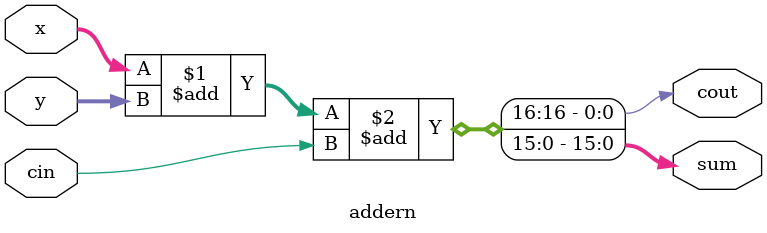
<source format=v>
`timescale 1ns/1ps

module addern(cin, x, y, sum, cout);
    parameter n = 16;
    input cin;
    input [n-1:0] x, y;
    output [n-1:0] sum;
    output cout;
    assign {cout, sum} = x + y + cin;
endmodule


</source>
